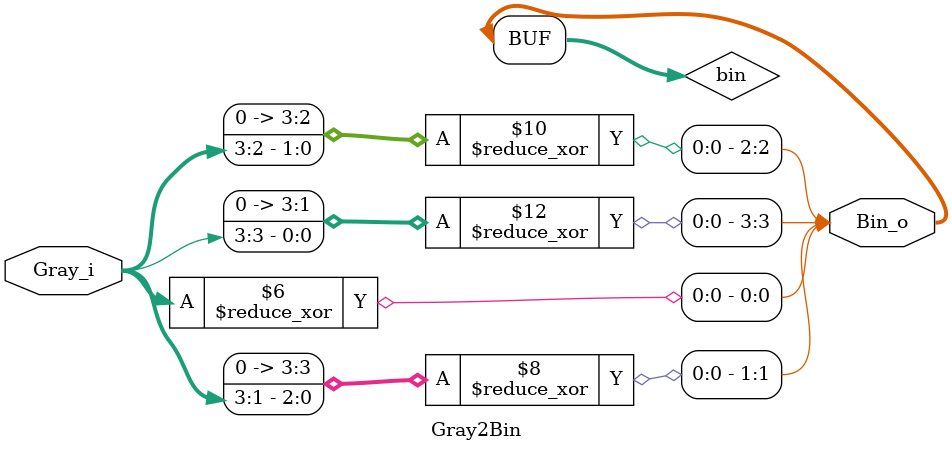
<source format=sv>
module Gray2Bin #(parameter SIZE  = 4)
(
	input [SIZE-1:0] Gray_i,
	output [SIZE-1: 0] Bin_o
	
);


logic [SIZE-1:0] bin;
logic tmp;

//formular
//bin[0] = gray[3] ^  gray[2] ^ gray[1] ^ gray[0]
//bin[1] = gray[3] ^  gray[2] ^ gray[1] 
//bin[2] = gray[3] ^  gray[2] 
//bin[3] = gray[3]

//1-st variant
//always_comb
//	begin
//		for (int i = 0; i < SIZE ; i++)
//		begin
//			for (int j = SIZE - 1; j >= i; j--)
//				begin
//					if(j == SIZE - 1)
//						begin
//							tmp = Gray_i[SIZE - 1];
//							continue;
//						end
//					tmp = tmp ^ Gray_i[j];
//				end
//			bin[i] = tmp;
//		end
//	end
//assign Bin_o = bin;

////2-nd variant
always_comb
	for (int i = 0; i < SIZE; i++)
		bin[i] = ^(Gray_i >> i);
assign Bin_o = bin;
endmodule

</source>
